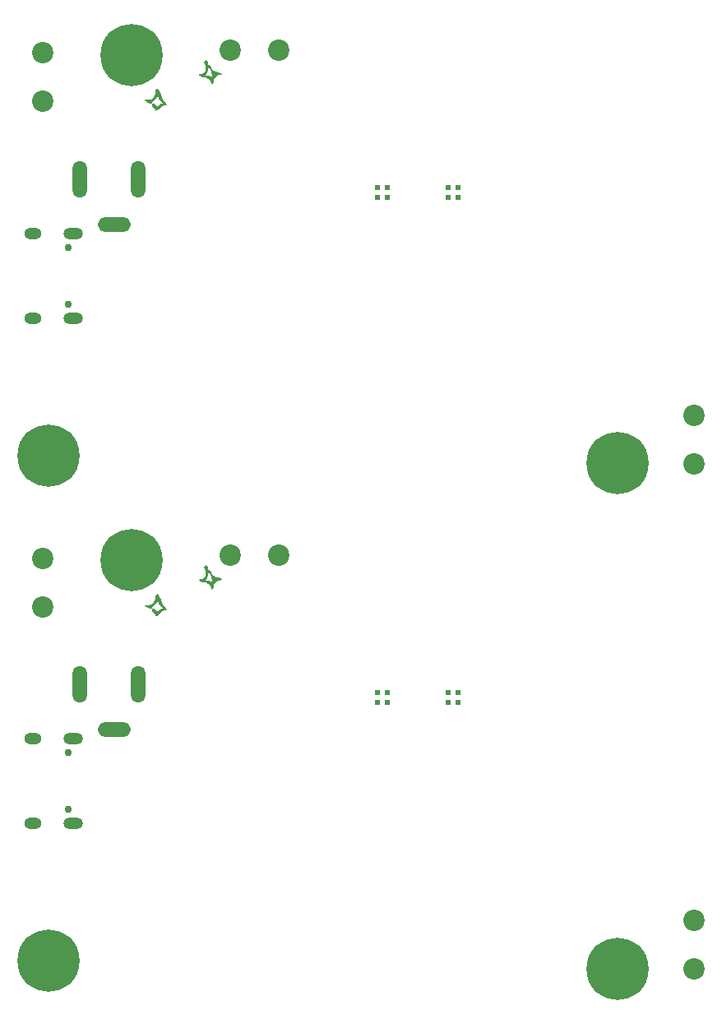
<source format=gbr>
%TF.GenerationSoftware,KiCad,Pcbnew,9.0.2*%
%TF.CreationDate,2025-11-24T12:35:19-05:00*%
%TF.ProjectId,carkit PANEL,6361726b-6974-4205-9041-4e454c2e6b69,rev?*%
%TF.SameCoordinates,Original*%
%TF.FileFunction,Soldermask,Bot*%
%TF.FilePolarity,Negative*%
%FSLAX46Y46*%
G04 Gerber Fmt 4.6, Leading zero omitted, Abs format (unit mm)*
G04 Created by KiCad (PCBNEW 9.0.2) date 2025-11-24 12:35:19*
%MOMM*%
%LPD*%
G01*
G04 APERTURE LIST*
%ADD10C,0.000000*%
%ADD11C,0.610000*%
%ADD12O,3.400000X1.500000*%
%ADD13O,1.500000X3.800000*%
%ADD14C,0.800000*%
%ADD15C,6.400000*%
%ADD16C,2.200000*%
%ADD17O,1.800000X1.200000*%
%ADD18O,2.000000X1.200000*%
%ADD19C,0.750000*%
G04 APERTURE END LIST*
D10*
%TO.C,G\u002A\u002A\u002A5*%
G36*
X85274219Y-34730567D02*
G01*
X85369392Y-34895899D01*
X85377830Y-35040695D01*
X85430482Y-35120501D01*
X85524875Y-35140465D01*
X85660114Y-35194596D01*
X85688006Y-35303727D01*
X85761070Y-35520378D01*
X85954375Y-35718867D01*
X86229097Y-35867615D01*
X86452811Y-35925793D01*
X86701373Y-35983255D01*
X86798978Y-36054053D01*
X86743037Y-36128359D01*
X86530954Y-36196339D01*
X86524548Y-36197681D01*
X86218882Y-36306560D01*
X86050752Y-36483484D01*
X86007274Y-36696891D01*
X85964672Y-36889935D01*
X85863294Y-37057299D01*
X85742778Y-37135395D01*
X85733616Y-37135883D01*
X85696786Y-37068637D01*
X85688006Y-36972622D01*
X85615270Y-36746923D01*
X85425254Y-36558731D01*
X85160234Y-36440879D01*
X84973284Y-36417532D01*
X84772022Y-36400016D01*
X84659190Y-36356203D01*
X84650390Y-36337716D01*
X84591661Y-36275903D01*
X84560595Y-36277854D01*
X84511282Y-36257899D01*
X85019372Y-36257899D01*
X85353690Y-36257899D01*
X85559107Y-36274855D01*
X85676997Y-36317429D01*
X85688006Y-36337716D01*
X85748746Y-36415213D01*
X85767822Y-36417532D01*
X85827824Y-36349227D01*
X85847641Y-36217991D01*
X85820317Y-36067991D01*
X85767822Y-36018449D01*
X85708437Y-35949974D01*
X85688006Y-35813207D01*
X85652714Y-35638083D01*
X85569519Y-35491253D01*
X85472451Y-35420163D01*
X85418150Y-35436927D01*
X85381798Y-35545647D01*
X85368741Y-35709377D01*
X85307226Y-35938943D01*
X85194055Y-36095156D01*
X85019372Y-36257899D01*
X84511282Y-36257899D01*
X84455667Y-36235395D01*
X84434219Y-36198036D01*
X84469570Y-36119831D01*
X84603830Y-36098265D01*
X84757029Y-36074823D01*
X84810022Y-36027759D01*
X84876449Y-35953238D01*
X84969658Y-35915506D01*
X85062668Y-35867467D01*
X85111033Y-35758646D01*
X85128170Y-35547995D01*
X85129290Y-35427296D01*
X85116376Y-35184571D01*
X85083014Y-35022420D01*
X85049474Y-34980833D01*
X84984624Y-34913982D01*
X84969658Y-34821198D01*
X85026877Y-34686848D01*
X85120750Y-34661566D01*
X85274219Y-34730567D01*
G37*
G36*
X80249341Y-37598455D02*
G01*
X80287562Y-37660231D01*
X80404220Y-37899687D01*
X80526541Y-38207003D01*
X80620682Y-38495358D01*
X80635450Y-38552630D01*
X80693934Y-38692455D01*
X80745567Y-38732217D01*
X80856831Y-38791818D01*
X80993804Y-38930388D01*
X81104267Y-39087576D01*
X81138454Y-39186259D01*
X81069120Y-39265372D01*
X80927929Y-39290933D01*
X80701539Y-39365635D01*
X80478779Y-39570291D01*
X80300588Y-39737151D01*
X80127030Y-39834881D01*
X79994957Y-39850027D01*
X79941227Y-39769142D01*
X79941204Y-39766496D01*
X79891288Y-39652654D01*
X79781571Y-39511996D01*
X79665229Y-39353931D01*
X79621937Y-39235975D01*
X79675334Y-39143976D01*
X79804494Y-39146689D01*
X79962877Y-39236246D01*
X80033763Y-39305625D01*
X80184954Y-39479950D01*
X80307054Y-39305625D01*
X80474422Y-39169161D01*
X80623446Y-39131300D01*
X80817736Y-39131300D01*
X80579011Y-38903163D01*
X80428013Y-38731059D01*
X80345502Y-38582958D01*
X80340288Y-38552528D01*
X80275710Y-38419105D01*
X80220562Y-38384087D01*
X80117978Y-38386127D01*
X80100838Y-38423341D01*
X80046989Y-38527320D01*
X79912690Y-38682312D01*
X79861388Y-38732217D01*
X79710457Y-38892951D01*
X79627466Y-39019710D01*
X79621937Y-39043599D01*
X79563400Y-39122919D01*
X79421299Y-39125566D01*
X79245905Y-39061877D01*
X79087491Y-38942190D01*
X79078143Y-38931759D01*
X78904644Y-38732217D01*
X79229084Y-38732217D01*
X79509600Y-38691000D01*
X79705764Y-38580987D01*
X79781531Y-38422636D01*
X79781571Y-38418652D01*
X79838954Y-38336593D01*
X79861388Y-38333134D01*
X79913719Y-38262867D01*
X79940352Y-38089659D01*
X79941204Y-38048073D01*
X79975994Y-37818696D01*
X80060653Y-37644263D01*
X80069645Y-37634574D01*
X80176003Y-37551191D01*
X80249341Y-37598455D01*
G37*
%TO.C,G\u002A\u002A\u002A*%
G36*
X85274219Y-86730567D02*
G01*
X85369392Y-86895899D01*
X85377830Y-87040695D01*
X85430482Y-87120501D01*
X85524875Y-87140465D01*
X85660114Y-87194596D01*
X85688006Y-87303727D01*
X85761070Y-87520378D01*
X85954375Y-87718867D01*
X86229097Y-87867615D01*
X86452811Y-87925793D01*
X86701373Y-87983255D01*
X86798978Y-88054053D01*
X86743037Y-88128359D01*
X86530954Y-88196339D01*
X86524548Y-88197681D01*
X86218882Y-88306560D01*
X86050752Y-88483484D01*
X86007274Y-88696891D01*
X85964672Y-88889935D01*
X85863294Y-89057299D01*
X85742778Y-89135395D01*
X85733616Y-89135883D01*
X85696786Y-89068637D01*
X85688006Y-88972622D01*
X85615270Y-88746923D01*
X85425254Y-88558731D01*
X85160234Y-88440879D01*
X84973284Y-88417532D01*
X84772022Y-88400016D01*
X84659190Y-88356203D01*
X84650390Y-88337716D01*
X84591661Y-88275903D01*
X84560595Y-88277854D01*
X84511282Y-88257899D01*
X85019372Y-88257899D01*
X85353690Y-88257899D01*
X85559107Y-88274855D01*
X85676997Y-88317429D01*
X85688006Y-88337716D01*
X85748746Y-88415213D01*
X85767822Y-88417532D01*
X85827824Y-88349227D01*
X85847641Y-88217991D01*
X85820317Y-88067991D01*
X85767822Y-88018449D01*
X85708437Y-87949974D01*
X85688006Y-87813207D01*
X85652714Y-87638083D01*
X85569519Y-87491253D01*
X85472451Y-87420163D01*
X85418150Y-87436927D01*
X85381798Y-87545647D01*
X85368741Y-87709377D01*
X85307226Y-87938943D01*
X85194055Y-88095156D01*
X85019372Y-88257899D01*
X84511282Y-88257899D01*
X84455667Y-88235395D01*
X84434219Y-88198036D01*
X84469570Y-88119831D01*
X84603830Y-88098265D01*
X84757029Y-88074823D01*
X84810022Y-88027759D01*
X84876449Y-87953238D01*
X84969658Y-87915506D01*
X85062668Y-87867467D01*
X85111033Y-87758646D01*
X85128170Y-87547995D01*
X85129290Y-87427296D01*
X85116376Y-87184571D01*
X85083014Y-87022420D01*
X85049474Y-86980833D01*
X84984624Y-86913982D01*
X84969658Y-86821198D01*
X85026877Y-86686848D01*
X85120750Y-86661566D01*
X85274219Y-86730567D01*
G37*
G36*
X80249341Y-89598455D02*
G01*
X80287562Y-89660231D01*
X80404220Y-89899687D01*
X80526541Y-90207003D01*
X80620682Y-90495358D01*
X80635450Y-90552630D01*
X80693934Y-90692455D01*
X80745567Y-90732217D01*
X80856831Y-90791818D01*
X80993804Y-90930388D01*
X81104267Y-91087576D01*
X81138454Y-91186259D01*
X81069120Y-91265372D01*
X80927929Y-91290933D01*
X80701539Y-91365635D01*
X80478779Y-91570291D01*
X80300588Y-91737151D01*
X80127030Y-91834881D01*
X79994957Y-91850027D01*
X79941227Y-91769142D01*
X79941204Y-91766496D01*
X79891288Y-91652654D01*
X79781571Y-91511996D01*
X79665229Y-91353931D01*
X79621937Y-91235975D01*
X79675334Y-91143976D01*
X79804494Y-91146689D01*
X79962877Y-91236246D01*
X80033763Y-91305625D01*
X80184954Y-91479950D01*
X80307054Y-91305625D01*
X80474422Y-91169161D01*
X80623446Y-91131300D01*
X80817736Y-91131300D01*
X80579011Y-90903163D01*
X80428013Y-90731059D01*
X80345502Y-90582958D01*
X80340288Y-90552528D01*
X80275710Y-90419105D01*
X80220562Y-90384087D01*
X80117978Y-90386127D01*
X80100838Y-90423341D01*
X80046989Y-90527320D01*
X79912690Y-90682312D01*
X79861388Y-90732217D01*
X79710457Y-90892951D01*
X79627466Y-91019710D01*
X79621937Y-91043599D01*
X79563400Y-91122919D01*
X79421299Y-91125566D01*
X79245905Y-91061877D01*
X79087491Y-90942190D01*
X79078143Y-90931759D01*
X78904644Y-90732217D01*
X79229084Y-90732217D01*
X79509600Y-90691000D01*
X79705764Y-90580987D01*
X79781531Y-90422636D01*
X79781571Y-90418652D01*
X79838954Y-90336593D01*
X79861388Y-90333134D01*
X79913719Y-90262867D01*
X79940352Y-90089659D01*
X79941204Y-90048073D01*
X79975994Y-89818696D01*
X80060653Y-89644263D01*
X80069645Y-89634574D01*
X80176003Y-89551191D01*
X80249341Y-89598455D01*
G37*
%TD*%
D11*
%TO.C,U10*%
X111121250Y-48788750D03*
X111121250Y-47788750D03*
X110121250Y-48788750D03*
X110121250Y-47788750D03*
%TD*%
%TO.C,U9*%
X103866250Y-48788750D03*
X103866250Y-47788750D03*
X102866250Y-48788750D03*
X102866250Y-47788750D03*
%TD*%
D12*
%TO.C,J7*%
X75701250Y-51568750D03*
D13*
X72201250Y-46908750D03*
X78201250Y-46908750D03*
%TD*%
D14*
%TO.C,H4*%
X71341250Y-75358750D03*
X70638306Y-77055806D03*
X70638306Y-73661694D03*
X68941250Y-77758750D03*
D15*
X68941250Y-75358750D03*
D14*
X68941250Y-72958750D03*
X67244194Y-77055806D03*
X67244194Y-73661694D03*
X66541250Y-75358750D03*
%TD*%
%TO.C,H5*%
X79941250Y-34158750D03*
X79238306Y-35855806D03*
X79238306Y-32461694D03*
X77541250Y-36558750D03*
D15*
X77541250Y-34158750D03*
D14*
X77541250Y-31758750D03*
X75844194Y-35855806D03*
X75844194Y-32461694D03*
X75141250Y-34158750D03*
%TD*%
%TO.C,H6*%
X129941250Y-76158750D03*
X129238306Y-77855806D03*
X129238306Y-74461694D03*
X127541250Y-78558750D03*
D15*
X127541250Y-76158750D03*
D14*
X127541250Y-73758750D03*
X125844194Y-77855806D03*
X125844194Y-74461694D03*
X125141250Y-76158750D03*
%TD*%
D16*
%TO.C,J8*%
X68401250Y-38908750D03*
X68401250Y-33908750D03*
%TD*%
%TO.C,J12*%
X135458750Y-71181250D03*
X135458750Y-76181250D03*
%TD*%
D17*
%TO.C,P2*%
X67323750Y-61188750D03*
D18*
X71503750Y-61188750D03*
D17*
X67323750Y-52528750D03*
D18*
X71503750Y-52528750D03*
D19*
X71003750Y-59758750D03*
X71003750Y-53958750D03*
%TD*%
D16*
%TO.C,J11*%
X87641250Y-33641250D03*
X92641250Y-33641250D03*
%TD*%
D12*
%TO.C,J1*%
X75701250Y-103568750D03*
D13*
X72201250Y-98908750D03*
X78201250Y-98908750D03*
%TD*%
D14*
%TO.C,H1*%
X71341250Y-127358750D03*
X70638306Y-129055806D03*
X70638306Y-125661694D03*
X68941250Y-129758750D03*
D15*
X68941250Y-127358750D03*
D14*
X68941250Y-124958750D03*
X67244194Y-129055806D03*
X67244194Y-125661694D03*
X66541250Y-127358750D03*
%TD*%
%TO.C,H2*%
X79941250Y-86158750D03*
X79238306Y-87855806D03*
X79238306Y-84461694D03*
X77541250Y-88558750D03*
D15*
X77541250Y-86158750D03*
D14*
X77541250Y-83758750D03*
X75844194Y-87855806D03*
X75844194Y-84461694D03*
X75141250Y-86158750D03*
%TD*%
%TO.C,H3*%
X129941250Y-128158750D03*
X129238306Y-129855806D03*
X129238306Y-126461694D03*
X127541250Y-130558750D03*
D15*
X127541250Y-128158750D03*
D14*
X127541250Y-125758750D03*
X125844194Y-129855806D03*
X125844194Y-126461694D03*
X125141250Y-128158750D03*
%TD*%
D16*
%TO.C,J2*%
X68401250Y-90908750D03*
X68401250Y-85908750D03*
%TD*%
D11*
%TO.C,U5*%
X111121250Y-100788750D03*
X111121250Y-99788750D03*
X110121250Y-100788750D03*
X110121250Y-99788750D03*
%TD*%
D16*
%TO.C,J6*%
X135458750Y-123181250D03*
X135458750Y-128181250D03*
%TD*%
D11*
%TO.C,U4*%
X103866250Y-100788750D03*
X103866250Y-99788750D03*
X102866250Y-100788750D03*
X102866250Y-99788750D03*
%TD*%
D17*
%TO.C,P1*%
X67323750Y-113188750D03*
D18*
X71503750Y-113188750D03*
D17*
X67323750Y-104528750D03*
D18*
X71503750Y-104528750D03*
D19*
X71003750Y-111758750D03*
X71003750Y-105958750D03*
%TD*%
D16*
%TO.C,J5*%
X87641250Y-85641250D03*
X92641250Y-85641250D03*
%TD*%
M02*

</source>
